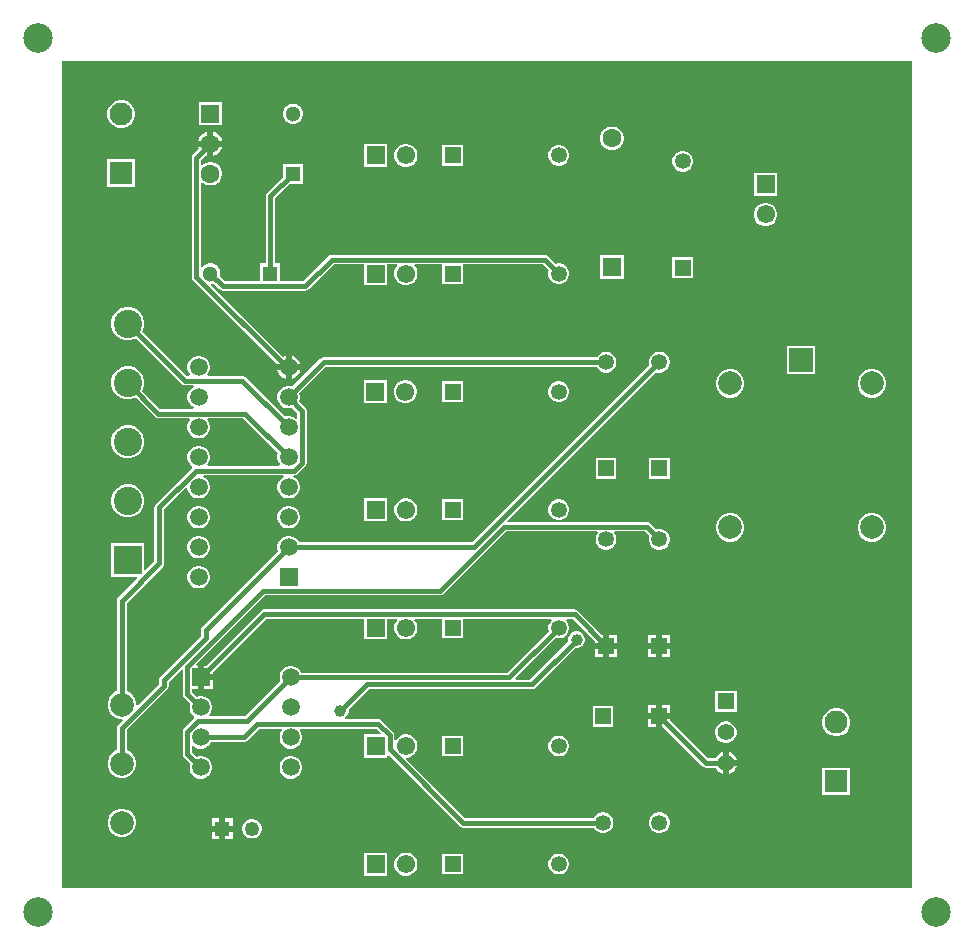
<source format=gbl>
G04*
G04 #@! TF.GenerationSoftware,Altium Limited,Altium Designer,22.9.1 (49)*
G04*
G04 Layer_Physical_Order=2*
G04 Layer_Color=16711680*
%FSLAX44Y44*%
%MOMM*%
G71*
G04*
G04 #@! TF.SameCoordinates,7A9AD83F-BE66-4558-94AD-99BB97DC6B92*
G04*
G04*
G04 #@! TF.FilePolarity,Positive*
G04*
G01*
G75*
%ADD31C,2.0000*%
%ADD32R,2.0000X2.0000*%
%ADD33C,1.6000*%
%ADD34R,1.6000X1.6000*%
%ADD43C,0.3810*%
%ADD44R,1.4000X1.4000*%
%ADD45C,1.4000*%
%ADD46C,1.2500*%
%ADD47R,1.2500X1.2500*%
%ADD48R,1.5000X1.5000*%
%ADD49C,1.5000*%
%ADD50R,1.3500X1.3500*%
%ADD51C,1.3500*%
%ADD52R,1.6000X1.6000*%
%ADD53R,1.3000X1.3000*%
%ADD54C,1.3000*%
%ADD55R,1.3500X1.3500*%
%ADD56R,1.3000X1.3000*%
%ADD57C,1.9500*%
%ADD58R,1.9500X1.9500*%
%ADD59C,1.5500*%
%ADD60R,1.5500X1.5500*%
%ADD61R,1.5500X1.5500*%
%ADD62R,2.4000X2.4000*%
%ADD63C,2.4000*%
%ADD64C,2.5000*%
%ADD65C,1.0000*%
G36*
X760000Y40000D02*
X40000D01*
Y740000D01*
X760000D01*
Y40000D01*
D02*
G37*
%LPC*%
G36*
X237123Y704182D02*
X234877D01*
X232707Y703601D01*
X230761Y702477D01*
X229173Y700889D01*
X228050Y698943D01*
X227468Y696773D01*
Y694527D01*
X228050Y692357D01*
X229173Y690411D01*
X230761Y688823D01*
X232707Y687700D01*
X234877Y687118D01*
X237123D01*
X239293Y687700D01*
X241239Y688823D01*
X242827Y690411D01*
X243951Y692357D01*
X244532Y694527D01*
Y696773D01*
X243951Y698943D01*
X242827Y700889D01*
X241239Y702477D01*
X239293Y703601D01*
X237123Y704182D01*
D02*
G37*
G36*
X176032Y705682D02*
X155968D01*
Y685618D01*
X176032D01*
Y705682D01*
D02*
G37*
G36*
X92051Y707032D02*
X88949D01*
X85953Y706229D01*
X83266Y704678D01*
X81072Y702484D01*
X79521Y699798D01*
X78718Y696801D01*
Y693699D01*
X79521Y690702D01*
X81072Y688016D01*
X83266Y685822D01*
X85953Y684271D01*
X88949Y683468D01*
X92051D01*
X95048Y684271D01*
X97735Y685822D01*
X99928Y688016D01*
X101479Y690702D01*
X102282Y693699D01*
Y696801D01*
X101479Y699798D01*
X99928Y702484D01*
X97735Y704678D01*
X95048Y706229D01*
X92051Y707032D01*
D02*
G37*
G36*
X168540Y680481D02*
Y672790D01*
X176231D01*
X175822Y674318D01*
X174434Y676722D01*
X172472Y678684D01*
X170068Y680072D01*
X168540Y680481D01*
D02*
G37*
G36*
X163460D02*
X161932Y680072D01*
X159528Y678684D01*
X157566Y676722D01*
X156178Y674318D01*
X155769Y672790D01*
X163460D01*
Y680481D01*
D02*
G37*
G36*
X507321Y684662D02*
X504679D01*
X502128Y683978D01*
X499840Y682658D01*
X497972Y680790D01*
X496652Y678502D01*
X495968Y675951D01*
Y673309D01*
X496652Y670758D01*
X497972Y668470D01*
X499840Y666602D01*
X502128Y665282D01*
X504679Y664598D01*
X507321D01*
X509872Y665282D01*
X512160Y666602D01*
X514028Y668470D01*
X515348Y670758D01*
X516032Y673309D01*
Y675951D01*
X515348Y678502D01*
X514028Y680790D01*
X512160Y682658D01*
X509872Y683978D01*
X507321Y684662D01*
D02*
G37*
G36*
X176231Y667710D02*
X168540D01*
Y660019D01*
X170068Y660428D01*
X172472Y661816D01*
X174434Y663778D01*
X175822Y666182D01*
X176231Y667710D01*
D02*
G37*
G36*
X163460D02*
X155769D01*
X156178Y666182D01*
X156206Y666133D01*
X151225Y661151D01*
X150354Y659849D01*
X150049Y658313D01*
Y557427D01*
X150354Y555891D01*
X151225Y554589D01*
X222223Y483590D01*
X229660D01*
Y490764D01*
X228325Y490406D01*
X227333Y489833D01*
X166622Y550545D01*
X166872Y551148D01*
X167219Y551744D01*
X168489Y552084D01*
X173599Y546975D01*
X174901Y546104D01*
X176437Y545799D01*
X246520D01*
X248057Y546104D01*
X249359Y546975D01*
X270307Y567923D01*
X296218D01*
Y550468D01*
X315782D01*
Y567923D01*
X323580D01*
X324066Y566749D01*
X323573Y566256D01*
X322285Y564026D01*
X321618Y561538D01*
Y558962D01*
X322285Y556474D01*
X323573Y554244D01*
X325394Y552422D01*
X327624Y551135D01*
X330112Y550468D01*
X332688D01*
X335176Y551135D01*
X337406Y552422D01*
X339227Y554244D01*
X340515Y556474D01*
X341182Y558962D01*
Y561538D01*
X340515Y564026D01*
X339227Y566256D01*
X338734Y566749D01*
X339220Y567923D01*
X362218D01*
Y551468D01*
X379782D01*
Y567923D01*
X447650D01*
X452630Y562943D01*
X452218Y561406D01*
Y559094D01*
X452817Y556860D01*
X453973Y554858D01*
X455608Y553223D01*
X457610Y552066D01*
X459844Y551468D01*
X462156D01*
X464390Y552066D01*
X466392Y553223D01*
X468027Y554858D01*
X469184Y556860D01*
X469782Y559094D01*
Y561406D01*
X469184Y563640D01*
X468027Y565642D01*
X466392Y567277D01*
X464390Y568433D01*
X462156Y569032D01*
X459844D01*
X458307Y568620D01*
X452151Y574775D01*
X450849Y575646D01*
X449313Y575951D01*
X268644D01*
X267108Y575646D01*
X265806Y574775D01*
X244858Y553827D01*
X225332D01*
Y568782D01*
X220814D01*
Y623987D01*
X233145Y636318D01*
X244532D01*
Y653382D01*
X227468D01*
Y641995D01*
X213962Y628488D01*
X213091Y627186D01*
X212786Y625650D01*
Y568782D01*
X208268D01*
Y553827D01*
X178100D01*
X174166Y557761D01*
X174532Y559127D01*
Y561373D01*
X173951Y563543D01*
X172827Y565489D01*
X171239Y567077D01*
X169293Y568201D01*
X167123Y568782D01*
X164877D01*
X162707Y568201D01*
X160761Y567077D01*
X159347Y565663D01*
X158077Y565910D01*
Y636926D01*
X159250Y637412D01*
X159840Y636822D01*
X162128Y635502D01*
X164679Y634818D01*
X167321D01*
X169872Y635502D01*
X172160Y636822D01*
X174028Y638690D01*
X175348Y640978D01*
X176032Y643529D01*
Y646171D01*
X175348Y648722D01*
X174028Y651010D01*
X172160Y652878D01*
X169872Y654198D01*
X167321Y654882D01*
X164679D01*
X162128Y654198D01*
X159840Y652878D01*
X159250Y652288D01*
X158077Y652774D01*
Y656650D01*
X161883Y660456D01*
X161932Y660428D01*
X163460Y660019D01*
Y667710D01*
D02*
G37*
G36*
X462156Y669032D02*
X459844D01*
X457610Y668434D01*
X455608Y667277D01*
X453973Y665642D01*
X452817Y663640D01*
X452218Y661406D01*
Y659094D01*
X452817Y656860D01*
X453973Y654858D01*
X455608Y653223D01*
X457610Y652066D01*
X459844Y651468D01*
X462156D01*
X464390Y652066D01*
X466392Y653223D01*
X468027Y654858D01*
X469184Y656860D01*
X469782Y659094D01*
Y661406D01*
X469184Y663640D01*
X468027Y665642D01*
X466392Y667277D01*
X464390Y668434D01*
X462156Y669032D01*
D02*
G37*
G36*
X379782D02*
X362218D01*
Y651468D01*
X379782D01*
Y669032D01*
D02*
G37*
G36*
X332688Y670032D02*
X330112D01*
X327624Y669365D01*
X325394Y668078D01*
X323573Y666256D01*
X322285Y664026D01*
X321618Y661538D01*
Y658962D01*
X322285Y656474D01*
X323573Y654244D01*
X325394Y652422D01*
X327624Y651135D01*
X330112Y650468D01*
X332688D01*
X335176Y651135D01*
X337406Y652422D01*
X339227Y654244D01*
X340515Y656474D01*
X341182Y658962D01*
Y661538D01*
X340515Y664026D01*
X339227Y666256D01*
X337406Y668078D01*
X335176Y669365D01*
X332688Y670032D01*
D02*
G37*
G36*
X315782D02*
X296218D01*
Y650468D01*
X315782D01*
Y670032D01*
D02*
G37*
G36*
X567156Y664032D02*
X564844D01*
X562610Y663434D01*
X560608Y662277D01*
X558973Y660642D01*
X557817Y658640D01*
X557218Y656406D01*
Y654094D01*
X557817Y651860D01*
X558973Y649858D01*
X560608Y648223D01*
X562610Y647066D01*
X564844Y646468D01*
X567156D01*
X569390Y647066D01*
X571392Y648223D01*
X573027Y649858D01*
X574184Y651860D01*
X574782Y654094D01*
Y656406D01*
X574184Y658640D01*
X573027Y660642D01*
X571392Y662277D01*
X569390Y663434D01*
X567156Y664032D01*
D02*
G37*
G36*
X102282Y657032D02*
X78718D01*
Y633468D01*
X102282D01*
Y657032D01*
D02*
G37*
G36*
X645782Y645432D02*
X626218D01*
Y625868D01*
X645782D01*
Y645432D01*
D02*
G37*
G36*
X637288Y620032D02*
X634712D01*
X632224Y619365D01*
X629994Y618078D01*
X628172Y616256D01*
X626885Y614026D01*
X626218Y611538D01*
Y608962D01*
X626885Y606474D01*
X628172Y604244D01*
X629994Y602422D01*
X632224Y601135D01*
X634712Y600468D01*
X637288D01*
X639776Y601135D01*
X642006Y602422D01*
X643828Y604244D01*
X645115Y606474D01*
X645782Y608962D01*
Y611538D01*
X645115Y614026D01*
X643828Y616256D01*
X642006Y618078D01*
X639776Y619365D01*
X637288Y620032D01*
D02*
G37*
G36*
X574782Y574032D02*
X557218D01*
Y556468D01*
X574782D01*
Y574032D01*
D02*
G37*
G36*
X516032Y575902D02*
X495968D01*
Y555838D01*
X516032D01*
Y575902D01*
D02*
G37*
G36*
X234740Y490764D02*
Y483590D01*
X241914D01*
X241556Y484925D01*
X240234Y487215D01*
X238365Y489084D01*
X236075Y490406D01*
X234740Y490764D01*
D02*
G37*
G36*
X678032Y499282D02*
X653968D01*
Y475218D01*
X678032D01*
Y499282D01*
D02*
G37*
G36*
X241914Y478510D02*
X234740D01*
Y471336D01*
X236075Y471694D01*
X238365Y473016D01*
X240234Y474885D01*
X241556Y477175D01*
X241914Y478510D01*
D02*
G37*
G36*
X229660D02*
X222486D01*
X222844Y477175D01*
X224166Y474885D01*
X226035Y473016D01*
X228325Y471694D01*
X229660Y471336D01*
Y478510D01*
D02*
G37*
G36*
X727584Y479282D02*
X724416D01*
X721356Y478462D01*
X718612Y476878D01*
X716372Y474638D01*
X714788Y471894D01*
X713968Y468834D01*
Y465666D01*
X714788Y462606D01*
X716372Y459862D01*
X718612Y457622D01*
X721356Y456038D01*
X724416Y455218D01*
X727584D01*
X730644Y456038D01*
X733388Y457622D01*
X735628Y459862D01*
X737212Y462606D01*
X738032Y465666D01*
Y468834D01*
X737212Y471894D01*
X735628Y474638D01*
X733388Y476878D01*
X730644Y478462D01*
X727584Y479282D01*
D02*
G37*
G36*
X607584D02*
X604416D01*
X601356Y478462D01*
X598612Y476878D01*
X596372Y474638D01*
X594788Y471894D01*
X593968Y468834D01*
Y465666D01*
X594788Y462606D01*
X596372Y459862D01*
X598612Y457622D01*
X601356Y456038D01*
X604416Y455218D01*
X607584D01*
X610644Y456038D01*
X613388Y457622D01*
X615628Y459862D01*
X617212Y462606D01*
X618032Y465666D01*
Y468834D01*
X617212Y471894D01*
X615628Y474638D01*
X613388Y476878D01*
X610644Y478462D01*
X607584Y479282D01*
D02*
G37*
G36*
X462156Y469032D02*
X459844D01*
X457610Y468433D01*
X455608Y467277D01*
X453973Y465642D01*
X452817Y463640D01*
X452218Y461406D01*
Y459094D01*
X452817Y456860D01*
X453973Y454858D01*
X455608Y453223D01*
X457610Y452066D01*
X459844Y451468D01*
X462156D01*
X464390Y452066D01*
X466392Y453223D01*
X468027Y454858D01*
X469184Y456860D01*
X469782Y459094D01*
Y461406D01*
X469184Y463640D01*
X468027Y465642D01*
X466392Y467277D01*
X464390Y468433D01*
X462156Y469032D01*
D02*
G37*
G36*
X379782D02*
X362218D01*
Y451468D01*
X379782D01*
Y469032D01*
D02*
G37*
G36*
X332288Y470032D02*
X329712D01*
X327224Y469365D01*
X324994Y468078D01*
X323172Y466256D01*
X321885Y464026D01*
X321218Y461538D01*
Y458962D01*
X321885Y456474D01*
X323172Y454244D01*
X324994Y452422D01*
X327224Y451135D01*
X329712Y450468D01*
X332288D01*
X334776Y451135D01*
X337006Y452422D01*
X338828Y454244D01*
X340115Y456474D01*
X340782Y458962D01*
Y461538D01*
X340115Y464026D01*
X338828Y466256D01*
X337006Y468078D01*
X334776Y469365D01*
X332288Y470032D01*
D02*
G37*
G36*
X315382D02*
X295818D01*
Y450468D01*
X315382D01*
Y470032D01*
D02*
G37*
G36*
X97847Y531782D02*
X94153D01*
X90584Y530826D01*
X87384Y528978D01*
X84772Y526366D01*
X82924Y523166D01*
X81968Y519597D01*
Y515903D01*
X82924Y512334D01*
X84772Y509134D01*
X87384Y506522D01*
X90584Y504674D01*
X94153Y503718D01*
X97847D01*
X101416Y504674D01*
X102673Y505400D01*
X141299Y466775D01*
X142601Y465904D01*
X144137Y465599D01*
X151628D01*
X151968Y464329D01*
X150147Y463278D01*
X148372Y461503D01*
X147118Y459329D01*
X146468Y456905D01*
Y454395D01*
X147118Y451971D01*
X148372Y449797D01*
X150147Y448022D01*
X151968Y446971D01*
X151628Y445701D01*
X123726D01*
X108350Y461077D01*
X109076Y462334D01*
X110032Y465903D01*
Y469597D01*
X109076Y473166D01*
X107228Y476366D01*
X104616Y478978D01*
X101416Y480826D01*
X97847Y481782D01*
X94153D01*
X90584Y480826D01*
X87384Y478978D01*
X84772Y476366D01*
X82924Y473166D01*
X81968Y469597D01*
Y465903D01*
X82924Y462334D01*
X84772Y459134D01*
X87384Y456522D01*
X90584Y454674D01*
X94153Y453718D01*
X97847D01*
X101416Y454674D01*
X102673Y455400D01*
X119225Y438849D01*
X120527Y437978D01*
X122063Y437673D01*
X148283D01*
X148769Y436500D01*
X148372Y436103D01*
X147118Y433929D01*
X146468Y431505D01*
Y428995D01*
X147118Y426571D01*
X148372Y424397D01*
X150147Y422622D01*
X152321Y421368D01*
X154745Y420718D01*
X157255D01*
X159679Y421368D01*
X161853Y422622D01*
X163627Y424397D01*
X164882Y426571D01*
X165532Y428995D01*
Y431505D01*
X164882Y433929D01*
X163627Y436103D01*
X163231Y436500D01*
X163717Y437673D01*
X193700D01*
X223218Y408156D01*
X222668Y406105D01*
Y403595D01*
X223318Y401171D01*
X224573Y398997D01*
X224969Y398601D01*
X224483Y397427D01*
X163717D01*
X163231Y398601D01*
X163627Y398997D01*
X164882Y401171D01*
X165532Y403595D01*
Y406105D01*
X164882Y408529D01*
X163627Y410703D01*
X161853Y412477D01*
X159679Y413732D01*
X157255Y414382D01*
X154745D01*
X152321Y413732D01*
X150147Y412477D01*
X148372Y410703D01*
X147118Y408529D01*
X146468Y406105D01*
Y403595D01*
X147118Y401171D01*
X148372Y398997D01*
X150147Y397223D01*
X150181Y397203D01*
X150342Y395644D01*
X119842Y365143D01*
X118972Y363841D01*
X118666Y362305D01*
Y316525D01*
X111205Y309064D01*
X110032Y309550D01*
Y331782D01*
X81968D01*
Y303718D01*
X104200D01*
X104686Y302545D01*
X88162Y286021D01*
X87291Y284718D01*
X86986Y283182D01*
Y206631D01*
X86356Y206462D01*
X83612Y204878D01*
X81372Y202638D01*
X79788Y199894D01*
X78968Y196834D01*
Y193666D01*
X79788Y190606D01*
X81372Y187862D01*
X83612Y185622D01*
X86356Y184038D01*
X89416Y183218D01*
X91205D01*
X91731Y181948D01*
X88162Y178379D01*
X87291Y177076D01*
X86986Y175540D01*
Y156631D01*
X86356Y156462D01*
X83612Y154878D01*
X81372Y152638D01*
X79788Y149894D01*
X78968Y146834D01*
Y143666D01*
X79788Y140606D01*
X81372Y137862D01*
X83612Y135622D01*
X86356Y134038D01*
X89416Y133218D01*
X92584D01*
X95644Y134038D01*
X98388Y135622D01*
X100628Y137862D01*
X102212Y140606D01*
X103032Y143666D01*
Y146834D01*
X102212Y149894D01*
X100628Y152638D01*
X98388Y154878D01*
X95644Y156462D01*
X95014Y156631D01*
Y173877D01*
X129378Y208241D01*
X130248Y209543D01*
X130553Y211079D01*
Y214156D01*
X141276Y224878D01*
X142449Y224392D01*
Y204387D01*
X142754Y202851D01*
X143625Y201549D01*
X148918Y196256D01*
X148368Y194205D01*
Y191695D01*
X149018Y189271D01*
X150273Y187097D01*
X152047Y185322D01*
X152081Y185303D01*
X152242Y183743D01*
X143625Y175126D01*
X142754Y173824D01*
X142449Y172287D01*
Y153587D01*
X142754Y152051D01*
X143625Y150749D01*
X148918Y145456D01*
X148368Y143405D01*
Y140895D01*
X149018Y138471D01*
X150273Y136297D01*
X152047Y134522D01*
X154221Y133268D01*
X156645Y132618D01*
X159155D01*
X161579Y133268D01*
X163753Y134522D01*
X165527Y136297D01*
X166782Y138471D01*
X167432Y140895D01*
Y143405D01*
X166782Y145829D01*
X165527Y148003D01*
X163753Y149777D01*
X161579Y151032D01*
X159155Y151682D01*
X156645D01*
X154594Y151132D01*
X150477Y155250D01*
Y159833D01*
X151650Y160319D01*
X152047Y159923D01*
X154221Y158668D01*
X156645Y158018D01*
X159155D01*
X161579Y158668D01*
X163753Y159923D01*
X165527Y161697D01*
X166589Y163536D01*
X194164D01*
X195700Y163841D01*
X197003Y164712D01*
X207264Y174973D01*
X226383D01*
X226869Y173800D01*
X226472Y173403D01*
X225218Y171229D01*
X224568Y168805D01*
Y166295D01*
X225218Y163871D01*
X226472Y161697D01*
X228247Y159923D01*
X230421Y158668D01*
X232845Y158018D01*
X235355D01*
X237779Y158668D01*
X239953Y159923D01*
X241728Y161697D01*
X242982Y163871D01*
X243632Y166295D01*
Y168805D01*
X242982Y171229D01*
X241728Y173403D01*
X241331Y173800D01*
X241817Y174973D01*
X306668D01*
X310436Y171205D01*
X309949Y170032D01*
X296218D01*
Y150468D01*
X315782D01*
Y152004D01*
X316955Y152490D01*
X377034Y92412D01*
X378336Y91541D01*
X379872Y91236D01*
X490677D01*
X491473Y89858D01*
X493108Y88223D01*
X495110Y87066D01*
X497344Y86468D01*
X499656D01*
X501890Y87066D01*
X503892Y88223D01*
X505527Y89858D01*
X506684Y91860D01*
X507282Y94094D01*
Y96406D01*
X506684Y98640D01*
X505527Y100642D01*
X503892Y102277D01*
X501890Y103434D01*
X499656Y104032D01*
X497344D01*
X495110Y103434D01*
X493108Y102277D01*
X491473Y100642D01*
X490677Y99264D01*
X381535D01*
X331504Y149295D01*
X331990Y150468D01*
X332688D01*
X335176Y151135D01*
X337406Y152423D01*
X339227Y154244D01*
X340515Y156474D01*
X341182Y158962D01*
Y161538D01*
X340515Y164026D01*
X339227Y166256D01*
X337406Y168078D01*
X335176Y169365D01*
X332688Y170032D01*
X330112D01*
X327624Y169365D01*
X325394Y168078D01*
X323573Y166256D01*
X322971Y165215D01*
X321701Y165555D01*
Y169631D01*
X321396Y171167D01*
X320525Y172469D01*
X311169Y181825D01*
X309867Y182696D01*
X308331Y183001D01*
X280049D01*
X279708Y184271D01*
X280318Y184623D01*
X281627Y185932D01*
X282553Y187536D01*
X283032Y189324D01*
Y191176D01*
X282941Y191514D01*
X299921Y208494D01*
X438258D01*
X439794Y208799D01*
X441096Y209670D01*
X474736Y243309D01*
X475074Y243218D01*
X476926D01*
X478714Y243697D01*
X480318Y244623D01*
X481627Y245932D01*
X482553Y247536D01*
X483032Y249324D01*
Y251176D01*
X482553Y252964D01*
X481627Y254568D01*
X480318Y255877D01*
X478714Y256803D01*
X476926Y257282D01*
X475074D01*
X473286Y256803D01*
X471682Y255877D01*
X470373Y254568D01*
X469447Y252964D01*
X468968Y251176D01*
Y249324D01*
X469059Y248986D01*
X436595Y216522D01*
X424608D01*
X424122Y217696D01*
X458307Y251880D01*
X459844Y251468D01*
X462156D01*
X464390Y252066D01*
X466392Y253223D01*
X468027Y254858D01*
X469184Y256860D01*
X469782Y259094D01*
Y261406D01*
X469184Y263640D01*
X468027Y265642D01*
X467017Y266653D01*
X467543Y267923D01*
X472650D01*
X491710Y248863D01*
Y247790D01*
X498460D01*
Y254540D01*
X497387D01*
X477151Y274775D01*
X475849Y275646D01*
X474313Y275951D01*
X211487D01*
X209951Y275646D01*
X208649Y274775D01*
X162263Y228390D01*
X160440D01*
Y220890D01*
X167940D01*
Y222713D01*
X213150Y267923D01*
X296218D01*
Y250468D01*
X315782D01*
Y267923D01*
X323580D01*
X324066Y266749D01*
X323573Y266256D01*
X322285Y264026D01*
X321618Y261538D01*
Y258962D01*
X322285Y256474D01*
X323573Y254244D01*
X325394Y252423D01*
X327624Y251135D01*
X330112Y250468D01*
X332688D01*
X335176Y251135D01*
X337406Y252423D01*
X339227Y254244D01*
X340515Y256474D01*
X341182Y258962D01*
Y261538D01*
X340515Y264026D01*
X339227Y266256D01*
X338734Y266749D01*
X339220Y267923D01*
X362218D01*
Y251468D01*
X379782D01*
Y267923D01*
X454457D01*
X454983Y266653D01*
X453973Y265642D01*
X452817Y263640D01*
X452218Y261406D01*
Y259094D01*
X452630Y257557D01*
X417437Y222364D01*
X242789D01*
X241728Y224203D01*
X239953Y225977D01*
X237779Y227232D01*
X235355Y227882D01*
X232845D01*
X230421Y227232D01*
X228247Y225977D01*
X226472Y224203D01*
X225218Y222029D01*
X224568Y219605D01*
Y217095D01*
X225117Y215044D01*
X195600Y185527D01*
X165617D01*
X165131Y186700D01*
X165527Y187097D01*
X166782Y189271D01*
X167432Y191695D01*
Y194205D01*
X166782Y196629D01*
X165527Y198803D01*
X163753Y200578D01*
X161579Y201832D01*
X159155Y202482D01*
X156645D01*
X154594Y201933D01*
X150477Y206050D01*
Y208310D01*
X155360D01*
Y218350D01*
Y228390D01*
X154708D01*
X154222Y229563D01*
X212458Y287799D01*
X360825D01*
X362361Y288104D01*
X363663Y288975D01*
X416612Y341923D01*
X493594D01*
X494080Y340750D01*
X493973Y340642D01*
X492817Y338640D01*
X492218Y336406D01*
Y334094D01*
X492817Y331860D01*
X493973Y329858D01*
X495608Y328223D01*
X497610Y327066D01*
X499844Y326468D01*
X502156D01*
X504390Y327066D01*
X506392Y328223D01*
X508027Y329858D01*
X509184Y331860D01*
X509782Y334094D01*
Y336406D01*
X509184Y338640D01*
X508027Y340642D01*
X507920Y340750D01*
X508406Y341923D01*
X533650D01*
X537630Y337943D01*
X537218Y336406D01*
Y334094D01*
X537817Y331860D01*
X538973Y329858D01*
X540608Y328223D01*
X542610Y327066D01*
X544844Y326468D01*
X547156D01*
X549390Y327066D01*
X551392Y328223D01*
X553027Y329858D01*
X554184Y331860D01*
X554782Y334094D01*
Y336406D01*
X554184Y338640D01*
X553027Y340642D01*
X551392Y342277D01*
X549390Y343433D01*
X547156Y344032D01*
X544844D01*
X543307Y343620D01*
X538151Y348775D01*
X536849Y349646D01*
X535313Y349951D01*
X418037D01*
X417551Y351124D01*
X543307Y476880D01*
X544844Y476468D01*
X547156D01*
X549390Y477066D01*
X551392Y478223D01*
X553027Y479858D01*
X554184Y481860D01*
X554782Y484094D01*
Y486406D01*
X554184Y488640D01*
X553027Y490642D01*
X551392Y492277D01*
X549390Y493433D01*
X547156Y494032D01*
X544844D01*
X542610Y493433D01*
X540608Y492277D01*
X538973Y490642D01*
X537817Y488640D01*
X537218Y486406D01*
Y484094D01*
X537630Y482557D01*
X387737Y332664D01*
X240889D01*
X239827Y334503D01*
X238053Y336278D01*
X235879Y337532D01*
X233455Y338182D01*
X230945D01*
X228521Y337532D01*
X226347Y336278D01*
X224573Y334503D01*
X223318Y332329D01*
X222668Y329905D01*
Y327395D01*
X223218Y325344D01*
X159240Y261367D01*
X158370Y260065D01*
X158064Y258528D01*
Y253021D01*
X123701Y218657D01*
X122831Y217355D01*
X122525Y215819D01*
Y212742D01*
X104302Y194519D01*
X103032Y195045D01*
Y196834D01*
X102212Y199894D01*
X100628Y202638D01*
X98388Y204878D01*
X95644Y206462D01*
X95014Y206631D01*
Y281520D01*
X125519Y312024D01*
X126389Y313326D01*
X126694Y314862D01*
Y360642D01*
X145295Y379242D01*
X146468Y378756D01*
Y378195D01*
X147118Y375771D01*
X148372Y373597D01*
X150147Y371823D01*
X152321Y370568D01*
X154745Y369918D01*
X157255D01*
X159679Y370568D01*
X161853Y371823D01*
X163627Y373597D01*
X164882Y375771D01*
X165532Y378195D01*
Y380705D01*
X164882Y383129D01*
X163627Y385303D01*
X161853Y387077D01*
X160032Y388129D01*
X160372Y389399D01*
X227828D01*
X228168Y388129D01*
X226347Y387077D01*
X224573Y385303D01*
X223318Y383129D01*
X222668Y380705D01*
Y378195D01*
X223318Y375771D01*
X224573Y373597D01*
X226347Y371823D01*
X228521Y370568D01*
X230945Y369918D01*
X233455D01*
X235879Y370568D01*
X238053Y371823D01*
X239827Y373597D01*
X241082Y375771D01*
X241732Y378195D01*
Y380705D01*
X241082Y383129D01*
X239827Y385303D01*
X238053Y387077D01*
X236232Y388129D01*
X236572Y389399D01*
X236937D01*
X238473Y389704D01*
X239776Y390575D01*
X246475Y397274D01*
X247346Y398577D01*
X247651Y400113D01*
Y444213D01*
X247346Y445749D01*
X246475Y447051D01*
X241182Y452344D01*
X241732Y454395D01*
Y456905D01*
X241182Y458956D01*
X263463Y481236D01*
X493177D01*
X493973Y479858D01*
X495608Y478223D01*
X497610Y477066D01*
X499844Y476468D01*
X502156D01*
X504390Y477066D01*
X506392Y478223D01*
X508027Y479858D01*
X509184Y481860D01*
X509782Y484094D01*
Y486406D01*
X509184Y488640D01*
X508027Y490642D01*
X506392Y492277D01*
X504390Y493433D01*
X502156Y494032D01*
X499844D01*
X497610Y493433D01*
X495608Y492277D01*
X493973Y490642D01*
X493177Y489264D01*
X261800D01*
X260264Y488959D01*
X258962Y488088D01*
X235506Y464632D01*
X233455Y465182D01*
X230945D01*
X228521Y464532D01*
X226347Y463278D01*
X224573Y461503D01*
X223318Y459329D01*
X222668Y456905D01*
Y454395D01*
X223318Y451971D01*
X224573Y449797D01*
X226347Y448022D01*
X228521Y446768D01*
X230945Y446118D01*
X233455D01*
X235506Y446668D01*
X239623Y442550D01*
Y437967D01*
X238449Y437481D01*
X238053Y437878D01*
X235879Y439132D01*
X233455Y439782D01*
X230945D01*
X228894Y439232D01*
X195675Y472451D01*
X194373Y473322D01*
X192837Y473627D01*
X163717D01*
X163231Y474800D01*
X163627Y475197D01*
X164882Y477371D01*
X165532Y479795D01*
Y482305D01*
X164882Y484729D01*
X163627Y486903D01*
X161853Y488677D01*
X159679Y489932D01*
X157255Y490582D01*
X154745D01*
X152321Y489932D01*
X150147Y488677D01*
X148372Y486903D01*
X147118Y484729D01*
X146468Y482305D01*
Y479795D01*
X147118Y477371D01*
X148372Y475197D01*
X148769Y474800D01*
X148283Y473627D01*
X145800D01*
X108350Y511077D01*
X109076Y512334D01*
X110032Y515903D01*
Y519597D01*
X109076Y523166D01*
X107228Y526366D01*
X104616Y528978D01*
X101416Y530826D01*
X97847Y531782D01*
D02*
G37*
G36*
Y431782D02*
X94153D01*
X90584Y430826D01*
X87384Y428978D01*
X84772Y426366D01*
X82924Y423166D01*
X81968Y419597D01*
Y415903D01*
X82924Y412334D01*
X84772Y409134D01*
X87384Y406522D01*
X90584Y404674D01*
X94153Y403718D01*
X97847D01*
X101416Y404674D01*
X104616Y406522D01*
X107228Y409134D01*
X109076Y412334D01*
X110032Y415903D01*
Y419597D01*
X109076Y423166D01*
X107228Y426366D01*
X104616Y428978D01*
X101416Y430826D01*
X97847Y431782D01*
D02*
G37*
G36*
X554782Y404032D02*
X537218D01*
Y386468D01*
X554782D01*
Y404032D01*
D02*
G37*
G36*
X509782D02*
X492218D01*
Y386468D01*
X509782D01*
Y404032D01*
D02*
G37*
G36*
X97847Y381782D02*
X94153D01*
X90584Y380826D01*
X87384Y378978D01*
X84772Y376366D01*
X82924Y373166D01*
X81968Y369597D01*
Y365903D01*
X82924Y362334D01*
X84772Y359134D01*
X87384Y356522D01*
X90584Y354674D01*
X94153Y353718D01*
X97847D01*
X101416Y354674D01*
X104616Y356522D01*
X107228Y359134D01*
X109076Y362334D01*
X110032Y365903D01*
Y369597D01*
X109076Y373166D01*
X107228Y376366D01*
X104616Y378978D01*
X101416Y380826D01*
X97847Y381782D01*
D02*
G37*
G36*
X462156Y369032D02*
X459844D01*
X457610Y368433D01*
X455608Y367277D01*
X453973Y365642D01*
X452817Y363640D01*
X452218Y361406D01*
Y359094D01*
X452817Y356860D01*
X453973Y354858D01*
X455608Y353223D01*
X457610Y352066D01*
X459844Y351468D01*
X462156D01*
X464390Y352066D01*
X466392Y353223D01*
X468027Y354858D01*
X469184Y356860D01*
X469782Y359094D01*
Y361406D01*
X469184Y363640D01*
X468027Y365642D01*
X466392Y367277D01*
X464390Y368433D01*
X462156Y369032D01*
D02*
G37*
G36*
X379782D02*
X362218D01*
Y351468D01*
X379782D01*
Y369032D01*
D02*
G37*
G36*
X332688Y370032D02*
X330112D01*
X327624Y369365D01*
X325394Y368078D01*
X323573Y366256D01*
X322285Y364026D01*
X321618Y361538D01*
Y358962D01*
X322285Y356474D01*
X323573Y354244D01*
X325394Y352422D01*
X327624Y351135D01*
X330112Y350468D01*
X332688D01*
X335176Y351135D01*
X337406Y352422D01*
X339227Y354244D01*
X340515Y356474D01*
X341182Y358962D01*
Y361538D01*
X340515Y364026D01*
X339227Y366256D01*
X337406Y368078D01*
X335176Y369365D01*
X332688Y370032D01*
D02*
G37*
G36*
X315782D02*
X296218D01*
Y350468D01*
X315782D01*
Y370032D01*
D02*
G37*
G36*
X233455Y363582D02*
X230945D01*
X228521Y362932D01*
X226347Y361678D01*
X224573Y359903D01*
X223318Y357729D01*
X222668Y355305D01*
Y352795D01*
X223318Y350371D01*
X224573Y348197D01*
X226347Y346423D01*
X228521Y345168D01*
X230945Y344518D01*
X233455D01*
X235879Y345168D01*
X238053Y346423D01*
X239827Y348197D01*
X241082Y350371D01*
X241732Y352795D01*
Y355305D01*
X241082Y357729D01*
X239827Y359903D01*
X238053Y361678D01*
X235879Y362932D01*
X233455Y363582D01*
D02*
G37*
G36*
X157255D02*
X154745D01*
X152321Y362932D01*
X150147Y361678D01*
X148372Y359903D01*
X147118Y357729D01*
X146468Y355305D01*
Y352795D01*
X147118Y350371D01*
X148372Y348197D01*
X150147Y346423D01*
X152321Y345168D01*
X154745Y344518D01*
X157255D01*
X159679Y345168D01*
X161853Y346423D01*
X163627Y348197D01*
X164882Y350371D01*
X165532Y352795D01*
Y355305D01*
X164882Y357729D01*
X163627Y359903D01*
X161853Y361678D01*
X159679Y362932D01*
X157255Y363582D01*
D02*
G37*
G36*
X727584Y357282D02*
X724416D01*
X721356Y356462D01*
X718612Y354878D01*
X716372Y352638D01*
X714788Y349894D01*
X713968Y346834D01*
Y343666D01*
X714788Y340606D01*
X716372Y337862D01*
X718612Y335622D01*
X721356Y334038D01*
X724416Y333218D01*
X727584D01*
X730644Y334038D01*
X733388Y335622D01*
X735628Y337862D01*
X737212Y340606D01*
X738032Y343666D01*
Y346834D01*
X737212Y349894D01*
X735628Y352638D01*
X733388Y354878D01*
X730644Y356462D01*
X727584Y357282D01*
D02*
G37*
G36*
X607584D02*
X604416D01*
X601356Y356462D01*
X598612Y354878D01*
X596372Y352638D01*
X594788Y349894D01*
X593968Y346834D01*
Y343666D01*
X594788Y340606D01*
X596372Y337862D01*
X598612Y335622D01*
X601356Y334038D01*
X604416Y333218D01*
X607584D01*
X610644Y334038D01*
X613388Y335622D01*
X615628Y337862D01*
X617212Y340606D01*
X618032Y343666D01*
Y346834D01*
X617212Y349894D01*
X615628Y352638D01*
X613388Y354878D01*
X610644Y356462D01*
X607584Y357282D01*
D02*
G37*
G36*
X157255Y338182D02*
X154745D01*
X152321Y337532D01*
X150147Y336278D01*
X148372Y334503D01*
X147118Y332329D01*
X146468Y329905D01*
Y327395D01*
X147118Y324971D01*
X148372Y322797D01*
X150147Y321022D01*
X152321Y319768D01*
X154745Y319118D01*
X157255D01*
X159679Y319768D01*
X161853Y321022D01*
X163627Y322797D01*
X164882Y324971D01*
X165532Y327395D01*
Y329905D01*
X164882Y332329D01*
X163627Y334503D01*
X161853Y336278D01*
X159679Y337532D01*
X157255Y338182D01*
D02*
G37*
G36*
Y312782D02*
X154745D01*
X152321Y312132D01*
X150147Y310877D01*
X148372Y309103D01*
X147118Y306929D01*
X146468Y304505D01*
Y301995D01*
X147118Y299571D01*
X148372Y297397D01*
X150147Y295623D01*
X152321Y294368D01*
X154745Y293718D01*
X157255D01*
X159679Y294368D01*
X161853Y295623D01*
X163627Y297397D01*
X164882Y299571D01*
X165532Y301995D01*
Y304505D01*
X164882Y306929D01*
X163627Y309103D01*
X161853Y310877D01*
X159679Y312132D01*
X157255Y312782D01*
D02*
G37*
G36*
X510290Y254540D02*
X503540D01*
Y247790D01*
X510290D01*
Y254540D01*
D02*
G37*
G36*
X555290D02*
X548540D01*
Y247790D01*
X555290D01*
Y254540D01*
D02*
G37*
G36*
X543460D02*
X536710D01*
Y247790D01*
X543460D01*
Y254540D01*
D02*
G37*
G36*
X555290Y242710D02*
X548540D01*
Y235960D01*
X555290D01*
Y242710D01*
D02*
G37*
G36*
X543460D02*
X536710D01*
Y235960D01*
X543460D01*
Y242710D01*
D02*
G37*
G36*
X510290Y242710D02*
X503540D01*
Y235960D01*
X510290D01*
Y242710D01*
D02*
G37*
G36*
X498460D02*
X491710D01*
Y235960D01*
X498460D01*
Y242710D01*
D02*
G37*
G36*
X167940Y215810D02*
X160440D01*
Y208310D01*
X167940D01*
Y215810D01*
D02*
G37*
G36*
X611532Y207032D02*
X593468D01*
Y188968D01*
X611532D01*
Y207032D01*
D02*
G37*
G36*
X555290Y194540D02*
X548540D01*
Y187790D01*
X555290D01*
Y194540D01*
D02*
G37*
G36*
X543460D02*
X536710D01*
Y187790D01*
X543460D01*
Y194540D01*
D02*
G37*
G36*
X507282Y194032D02*
X489718D01*
Y176468D01*
X507282D01*
Y194032D01*
D02*
G37*
G36*
X543460Y182710D02*
X536710D01*
Y175960D01*
X543460D01*
Y182710D01*
D02*
G37*
G36*
X697551Y192032D02*
X694449D01*
X691452Y191229D01*
X688766Y189678D01*
X686572Y187484D01*
X685021Y184798D01*
X684218Y181801D01*
Y178699D01*
X685021Y175702D01*
X686572Y173016D01*
X688766Y170822D01*
X691452Y169271D01*
X694449Y168468D01*
X697551D01*
X700548Y169271D01*
X703234Y170822D01*
X705428Y173016D01*
X706979Y175702D01*
X707782Y178699D01*
Y181801D01*
X706979Y184798D01*
X705428Y187484D01*
X703234Y189678D01*
X700548Y191229D01*
X697551Y192032D01*
D02*
G37*
G36*
X603689Y181032D02*
X601311D01*
X599014Y180417D01*
X596954Y179227D01*
X595273Y177546D01*
X594084Y175486D01*
X593468Y173189D01*
Y170811D01*
X594084Y168514D01*
X595273Y166454D01*
X596954Y164773D01*
X599014Y163584D01*
X601311Y162968D01*
X603689D01*
X605986Y163584D01*
X608046Y164773D01*
X609727Y166454D01*
X610916Y168514D01*
X611532Y170811D01*
Y173189D01*
X610916Y175486D01*
X609727Y177546D01*
X608046Y179227D01*
X605986Y180417D01*
X603689Y181032D01*
D02*
G37*
G36*
X462156Y169032D02*
X459844D01*
X457610Y168433D01*
X455608Y167277D01*
X453973Y165642D01*
X452817Y163640D01*
X452218Y161406D01*
Y159094D01*
X452817Y156860D01*
X453973Y154858D01*
X455608Y153223D01*
X457610Y152066D01*
X459844Y151468D01*
X462156D01*
X464390Y152066D01*
X466392Y153223D01*
X468027Y154858D01*
X469184Y156860D01*
X469782Y159094D01*
Y161406D01*
X469184Y163640D01*
X468027Y165642D01*
X466392Y167277D01*
X464390Y168433D01*
X462156Y169032D01*
D02*
G37*
G36*
X379782D02*
X362218D01*
Y151468D01*
X379782D01*
Y169032D01*
D02*
G37*
G36*
X605040Y155196D02*
Y148540D01*
X611696D01*
X611390Y149682D01*
X610134Y151858D01*
X608358Y153634D01*
X606182Y154890D01*
X605040Y155196D01*
D02*
G37*
G36*
X611696Y143460D02*
X605040D01*
Y136804D01*
X606182Y137110D01*
X608358Y138366D01*
X610134Y140142D01*
X611390Y142318D01*
X611696Y143460D01*
D02*
G37*
G36*
X555290Y182710D02*
X548540D01*
Y175960D01*
X549613D01*
X582412Y143162D01*
X583714Y142291D01*
X585250Y141986D01*
X593802D01*
X594866Y140142D01*
X596642Y138366D01*
X598818Y137110D01*
X599960Y136804D01*
Y146000D01*
Y155196D01*
X598818Y154890D01*
X596642Y153634D01*
X594866Y151858D01*
X593802Y150014D01*
X586913D01*
X555290Y181637D01*
Y182710D01*
D02*
G37*
G36*
X235355Y151682D02*
X232845D01*
X230421Y151032D01*
X228247Y149777D01*
X226472Y148003D01*
X225218Y145829D01*
X224568Y143405D01*
Y140895D01*
X225218Y138471D01*
X226472Y136297D01*
X228247Y134522D01*
X230421Y133268D01*
X232845Y132618D01*
X235355D01*
X237779Y133268D01*
X239953Y134522D01*
X241728Y136297D01*
X242982Y138471D01*
X243632Y140895D01*
Y143405D01*
X242982Y145829D01*
X241728Y148003D01*
X239953Y149777D01*
X237779Y151032D01*
X235355Y151682D01*
D02*
G37*
G36*
X707782Y142032D02*
X684218D01*
Y118468D01*
X707782D01*
Y142032D01*
D02*
G37*
G36*
X184790Y99040D02*
X178540D01*
Y92790D01*
X184790D01*
Y99040D01*
D02*
G37*
G36*
X173460D02*
X167210D01*
Y92790D01*
X173460D01*
Y99040D01*
D02*
G37*
G36*
X547156Y104032D02*
X544844D01*
X542610Y103434D01*
X540608Y102277D01*
X538973Y100642D01*
X537817Y98640D01*
X537218Y96406D01*
Y94094D01*
X537817Y91860D01*
X538973Y89858D01*
X540608Y88223D01*
X542610Y87066D01*
X544844Y86468D01*
X547156D01*
X549390Y87066D01*
X551392Y88223D01*
X553027Y89858D01*
X554184Y91860D01*
X554782Y94094D01*
Y96406D01*
X554184Y98640D01*
X553027Y100642D01*
X551392Y102277D01*
X549390Y103434D01*
X547156Y104032D01*
D02*
G37*
G36*
X92584Y107282D02*
X89416D01*
X86356Y106462D01*
X83612Y104878D01*
X81372Y102638D01*
X79788Y99894D01*
X78968Y96834D01*
Y93666D01*
X79788Y90606D01*
X81372Y87862D01*
X83612Y85622D01*
X86356Y84038D01*
X89416Y83218D01*
X92584D01*
X95644Y84038D01*
X98388Y85622D01*
X100628Y87862D01*
X102212Y90606D01*
X103032Y93666D01*
Y96834D01*
X102212Y99894D01*
X100628Y102638D01*
X98388Y104878D01*
X95644Y106462D01*
X92584Y107282D01*
D02*
G37*
G36*
X202090Y98532D02*
X199910D01*
X197803Y97968D01*
X195915Y96877D01*
X194373Y95335D01*
X193282Y93447D01*
X192718Y91340D01*
Y89160D01*
X193282Y87053D01*
X194373Y85165D01*
X195915Y83623D01*
X197803Y82532D01*
X199910Y81968D01*
X202090D01*
X204197Y82532D01*
X206085Y83623D01*
X207627Y85165D01*
X208718Y87053D01*
X209282Y89160D01*
Y91340D01*
X208718Y93447D01*
X207627Y95335D01*
X206085Y96877D01*
X204197Y97968D01*
X202090Y98532D01*
D02*
G37*
G36*
X184790Y87710D02*
X178540D01*
Y81460D01*
X184790D01*
Y87710D01*
D02*
G37*
G36*
X173460D02*
X167210D01*
Y81460D01*
X173460D01*
Y87710D01*
D02*
G37*
G36*
X462156Y69032D02*
X459844D01*
X457610Y68433D01*
X455608Y67277D01*
X453973Y65642D01*
X452817Y63640D01*
X452218Y61406D01*
Y59094D01*
X452817Y56860D01*
X453973Y54858D01*
X455608Y53223D01*
X457610Y52066D01*
X459844Y51468D01*
X462156D01*
X464390Y52066D01*
X466392Y53223D01*
X468027Y54858D01*
X469184Y56860D01*
X469782Y59094D01*
Y61406D01*
X469184Y63640D01*
X468027Y65642D01*
X466392Y67277D01*
X464390Y68433D01*
X462156Y69032D01*
D02*
G37*
G36*
X379782D02*
X362218D01*
Y51468D01*
X379782D01*
Y69032D01*
D02*
G37*
G36*
X332688Y70032D02*
X330112D01*
X327624Y69365D01*
X325394Y68078D01*
X323573Y66256D01*
X322285Y64026D01*
X321618Y61538D01*
Y58962D01*
X322285Y56474D01*
X323573Y54244D01*
X325394Y52422D01*
X327624Y51135D01*
X330112Y50468D01*
X332688D01*
X335176Y51135D01*
X337406Y52422D01*
X339227Y54244D01*
X340515Y56474D01*
X341182Y58962D01*
Y61538D01*
X340515Y64026D01*
X339227Y66256D01*
X337406Y68078D01*
X335176Y69365D01*
X332688Y70032D01*
D02*
G37*
G36*
X315782D02*
X296218D01*
Y50468D01*
X315782D01*
Y70032D01*
D02*
G37*
%LPD*%
D31*
X606000Y345250D02*
D03*
X726000D02*
D03*
Y467250D02*
D03*
X606000D02*
D03*
X91000Y95250D02*
D03*
Y145250D02*
D03*
Y195250D02*
D03*
D32*
X666000Y487250D02*
D03*
D33*
X166000Y644850D02*
D03*
Y670250D02*
D03*
X506000Y674630D02*
D03*
D34*
Y565870D02*
D03*
D43*
X546000Y185250D02*
X585250Y146000D01*
X602500D01*
X438258Y212508D02*
X476000Y250250D01*
X474313Y271937D02*
X501000Y245250D01*
X211487Y271937D02*
X474313D01*
X276000Y190250D02*
X298258Y212508D01*
X438258D01*
X234100Y218350D02*
X419100D01*
X197263Y181513D02*
X234100Y218350D01*
X419100D02*
X461000Y260250D01*
X91000Y175540D02*
X126539Y211079D01*
Y215819D01*
X91000Y145250D02*
Y175540D01*
X126539Y215819D02*
X162078Y251358D01*
Y258528D01*
X232200Y328650D01*
X210795Y291813D02*
X360825D01*
X146463Y227481D02*
X210795Y291813D01*
X360825D02*
X414949Y345937D01*
X91000Y195250D02*
Y283182D01*
X122680Y314862D01*
X153789Y393413D02*
X236937D01*
X122680Y362305D02*
X153789Y393413D01*
X122680Y314862D02*
Y362305D01*
X146463Y204387D02*
Y227481D01*
X243637Y400113D02*
Y444213D01*
X195363Y441687D02*
X232200Y404850D01*
X122063Y441687D02*
X195363D01*
X96000Y467750D02*
X122063Y441687D01*
X236937Y393413D02*
X243637Y400113D01*
X96000Y517750D02*
X144137Y469613D01*
X192837D01*
X232200Y455650D02*
X243637Y444213D01*
X192837Y469613D02*
X232200Y430250D01*
Y455650D02*
X261800Y485250D01*
X157900Y218350D02*
X211487Y271937D01*
X205601Y178987D02*
X308331D01*
X194164Y167550D02*
X205601Y178987D01*
X308331D02*
X317687Y169631D01*
Y157435D02*
Y169631D01*
Y157435D02*
X379872Y95250D01*
X498500D01*
X535313Y345937D02*
X546000Y335250D01*
X414949Y345937D02*
X535313D01*
X389400Y328650D02*
X546000Y485250D01*
X232200Y328650D02*
X389400D01*
X146463Y204387D02*
X157900Y192950D01*
X155689Y181513D02*
X197263D01*
X146463Y172287D02*
X155689Y181513D01*
X146463Y153587D02*
Y172287D01*
Y153587D02*
X157900Y142150D01*
X154063Y557427D02*
Y658313D01*
X230440Y481050D02*
X232200D01*
X154063Y557427D02*
X230440Y481050D01*
X157900Y167550D02*
X194164D01*
X261800Y485250D02*
X501000D01*
X216800Y560250D02*
Y625650D01*
X236000Y644850D01*
X154063Y658313D02*
X166000Y670250D01*
X176437Y549813D02*
X246520D01*
X166000Y560250D02*
X176437Y549813D01*
X246520D02*
X268644Y571937D01*
X449313D02*
X461000Y560250D01*
X268644Y571937D02*
X449313D01*
D44*
X602500Y198000D02*
D03*
D45*
Y146000D02*
D03*
Y172000D02*
D03*
D46*
X201000Y90250D02*
D03*
D47*
X176000D02*
D03*
D48*
X232200Y303250D02*
D03*
X157900Y218350D02*
D03*
D49*
X232200Y328650D02*
D03*
Y354050D02*
D03*
Y379450D02*
D03*
Y404850D02*
D03*
Y430250D02*
D03*
Y455650D02*
D03*
Y481050D02*
D03*
X156000Y303250D02*
D03*
Y328650D02*
D03*
Y354050D02*
D03*
Y379450D02*
D03*
Y404850D02*
D03*
Y430250D02*
D03*
Y455650D02*
D03*
Y481050D02*
D03*
X157900Y192950D02*
D03*
Y167550D02*
D03*
Y142150D02*
D03*
X234100Y218350D02*
D03*
Y192950D02*
D03*
Y167550D02*
D03*
Y142150D02*
D03*
D50*
X371000Y360250D02*
D03*
Y660250D02*
D03*
Y560250D02*
D03*
Y460250D02*
D03*
Y260250D02*
D03*
Y160250D02*
D03*
Y60250D02*
D03*
D51*
X461000Y360250D02*
D03*
X566000Y655250D02*
D03*
X546000Y485250D02*
D03*
X501000D02*
D03*
X498500Y95250D02*
D03*
X546000D02*
D03*
Y335250D02*
D03*
X501000D02*
D03*
X461000Y660250D02*
D03*
Y560250D02*
D03*
Y460250D02*
D03*
Y260250D02*
D03*
Y160250D02*
D03*
Y60250D02*
D03*
D52*
X166000Y695650D02*
D03*
D53*
X236000Y644850D02*
D03*
D54*
Y695650D02*
D03*
X166000Y560250D02*
D03*
D55*
X566000Y565250D02*
D03*
X546000Y395250D02*
D03*
X501000D02*
D03*
X498500Y185250D02*
D03*
X546000D02*
D03*
Y245250D02*
D03*
X501000D02*
D03*
D56*
X216800Y560250D02*
D03*
D57*
X90500Y695250D02*
D03*
X696000Y180250D02*
D03*
D58*
X90500Y645250D02*
D03*
X696000Y130250D02*
D03*
D59*
X636000Y610250D02*
D03*
X331400Y660250D02*
D03*
Y560250D02*
D03*
X331000Y460250D02*
D03*
X331400Y360250D02*
D03*
Y260250D02*
D03*
Y160250D02*
D03*
Y60250D02*
D03*
D60*
X636000Y635650D02*
D03*
D61*
X306000Y660250D02*
D03*
Y560250D02*
D03*
X305600Y460250D02*
D03*
X306000Y360250D02*
D03*
Y260250D02*
D03*
Y160250D02*
D03*
Y60250D02*
D03*
D62*
X96000Y317750D02*
D03*
D63*
Y367750D02*
D03*
Y417750D02*
D03*
Y467750D02*
D03*
Y517750D02*
D03*
D64*
X780000Y20000D02*
D03*
X780000Y760000D02*
D03*
X20000Y20000D02*
D03*
Y760000D02*
D03*
D65*
X476000Y250250D02*
D03*
X276000Y190250D02*
D03*
M02*

</source>
